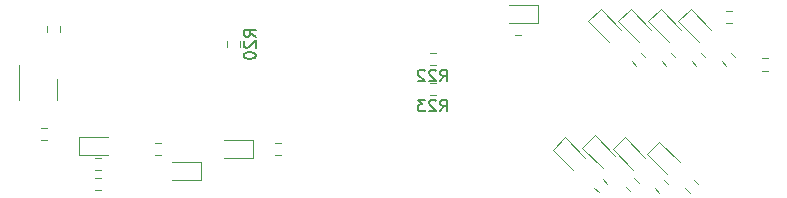
<source format=gbr>
%TF.GenerationSoftware,KiCad,Pcbnew,7.0.5*%
%TF.CreationDate,2024-09-15T17:20:00-04:00*%
%TF.ProjectId,8_bit_logic_analyzer,385f6269-745f-46c6-9f67-69635f616e61,rev?*%
%TF.SameCoordinates,Original*%
%TF.FileFunction,Legend,Bot*%
%TF.FilePolarity,Positive*%
%FSLAX46Y46*%
G04 Gerber Fmt 4.6, Leading zero omitted, Abs format (unit mm)*
G04 Created by KiCad (PCBNEW 7.0.5) date 2024-09-15 17:20:00*
%MOMM*%
%LPD*%
G01*
G04 APERTURE LIST*
%ADD10C,0.150000*%
%ADD11C,0.120000*%
G04 APERTURE END LIST*
D10*
%TO.C,R23*%
X54340357Y-28554819D02*
X54673690Y-28078628D01*
X54911785Y-28554819D02*
X54911785Y-27554819D01*
X54911785Y-27554819D02*
X54530833Y-27554819D01*
X54530833Y-27554819D02*
X54435595Y-27602438D01*
X54435595Y-27602438D02*
X54387976Y-27650057D01*
X54387976Y-27650057D02*
X54340357Y-27745295D01*
X54340357Y-27745295D02*
X54340357Y-27888152D01*
X54340357Y-27888152D02*
X54387976Y-27983390D01*
X54387976Y-27983390D02*
X54435595Y-28031009D01*
X54435595Y-28031009D02*
X54530833Y-28078628D01*
X54530833Y-28078628D02*
X54911785Y-28078628D01*
X53959404Y-27650057D02*
X53911785Y-27602438D01*
X53911785Y-27602438D02*
X53816547Y-27554819D01*
X53816547Y-27554819D02*
X53578452Y-27554819D01*
X53578452Y-27554819D02*
X53483214Y-27602438D01*
X53483214Y-27602438D02*
X53435595Y-27650057D01*
X53435595Y-27650057D02*
X53387976Y-27745295D01*
X53387976Y-27745295D02*
X53387976Y-27840533D01*
X53387976Y-27840533D02*
X53435595Y-27983390D01*
X53435595Y-27983390D02*
X54007023Y-28554819D01*
X54007023Y-28554819D02*
X53387976Y-28554819D01*
X53054642Y-27554819D02*
X52435595Y-27554819D01*
X52435595Y-27554819D02*
X52768928Y-27935771D01*
X52768928Y-27935771D02*
X52626071Y-27935771D01*
X52626071Y-27935771D02*
X52530833Y-27983390D01*
X52530833Y-27983390D02*
X52483214Y-28031009D01*
X52483214Y-28031009D02*
X52435595Y-28126247D01*
X52435595Y-28126247D02*
X52435595Y-28364342D01*
X52435595Y-28364342D02*
X52483214Y-28459580D01*
X52483214Y-28459580D02*
X52530833Y-28507200D01*
X52530833Y-28507200D02*
X52626071Y-28554819D01*
X52626071Y-28554819D02*
X52911785Y-28554819D01*
X52911785Y-28554819D02*
X53007023Y-28507200D01*
X53007023Y-28507200D02*
X53054642Y-28459580D01*
%TO.C,R22*%
X54340357Y-26014819D02*
X54673690Y-25538628D01*
X54911785Y-26014819D02*
X54911785Y-25014819D01*
X54911785Y-25014819D02*
X54530833Y-25014819D01*
X54530833Y-25014819D02*
X54435595Y-25062438D01*
X54435595Y-25062438D02*
X54387976Y-25110057D01*
X54387976Y-25110057D02*
X54340357Y-25205295D01*
X54340357Y-25205295D02*
X54340357Y-25348152D01*
X54340357Y-25348152D02*
X54387976Y-25443390D01*
X54387976Y-25443390D02*
X54435595Y-25491009D01*
X54435595Y-25491009D02*
X54530833Y-25538628D01*
X54530833Y-25538628D02*
X54911785Y-25538628D01*
X53959404Y-25110057D02*
X53911785Y-25062438D01*
X53911785Y-25062438D02*
X53816547Y-25014819D01*
X53816547Y-25014819D02*
X53578452Y-25014819D01*
X53578452Y-25014819D02*
X53483214Y-25062438D01*
X53483214Y-25062438D02*
X53435595Y-25110057D01*
X53435595Y-25110057D02*
X53387976Y-25205295D01*
X53387976Y-25205295D02*
X53387976Y-25300533D01*
X53387976Y-25300533D02*
X53435595Y-25443390D01*
X53435595Y-25443390D02*
X54007023Y-26014819D01*
X54007023Y-26014819D02*
X53387976Y-26014819D01*
X53007023Y-25110057D02*
X52959404Y-25062438D01*
X52959404Y-25062438D02*
X52864166Y-25014819D01*
X52864166Y-25014819D02*
X52626071Y-25014819D01*
X52626071Y-25014819D02*
X52530833Y-25062438D01*
X52530833Y-25062438D02*
X52483214Y-25110057D01*
X52483214Y-25110057D02*
X52435595Y-25205295D01*
X52435595Y-25205295D02*
X52435595Y-25300533D01*
X52435595Y-25300533D02*
X52483214Y-25443390D01*
X52483214Y-25443390D02*
X53054642Y-26014819D01*
X53054642Y-26014819D02*
X52435595Y-26014819D01*
%TO.C,R20*%
X38714819Y-22217142D02*
X38238628Y-21883809D01*
X38714819Y-21645714D02*
X37714819Y-21645714D01*
X37714819Y-21645714D02*
X37714819Y-22026666D01*
X37714819Y-22026666D02*
X37762438Y-22121904D01*
X37762438Y-22121904D02*
X37810057Y-22169523D01*
X37810057Y-22169523D02*
X37905295Y-22217142D01*
X37905295Y-22217142D02*
X38048152Y-22217142D01*
X38048152Y-22217142D02*
X38143390Y-22169523D01*
X38143390Y-22169523D02*
X38191009Y-22121904D01*
X38191009Y-22121904D02*
X38238628Y-22026666D01*
X38238628Y-22026666D02*
X38238628Y-21645714D01*
X37810057Y-22598095D02*
X37762438Y-22645714D01*
X37762438Y-22645714D02*
X37714819Y-22740952D01*
X37714819Y-22740952D02*
X37714819Y-22979047D01*
X37714819Y-22979047D02*
X37762438Y-23074285D01*
X37762438Y-23074285D02*
X37810057Y-23121904D01*
X37810057Y-23121904D02*
X37905295Y-23169523D01*
X37905295Y-23169523D02*
X38000533Y-23169523D01*
X38000533Y-23169523D02*
X38143390Y-23121904D01*
X38143390Y-23121904D02*
X38714819Y-22550476D01*
X38714819Y-22550476D02*
X38714819Y-23169523D01*
X37714819Y-23788571D02*
X37714819Y-23883809D01*
X37714819Y-23883809D02*
X37762438Y-23979047D01*
X37762438Y-23979047D02*
X37810057Y-24026666D01*
X37810057Y-24026666D02*
X37905295Y-24074285D01*
X37905295Y-24074285D02*
X38095771Y-24121904D01*
X38095771Y-24121904D02*
X38333866Y-24121904D01*
X38333866Y-24121904D02*
X38524342Y-24074285D01*
X38524342Y-24074285D02*
X38619580Y-24026666D01*
X38619580Y-24026666D02*
X38667200Y-23979047D01*
X38667200Y-23979047D02*
X38714819Y-23883809D01*
X38714819Y-23883809D02*
X38714819Y-23788571D01*
X38714819Y-23788571D02*
X38667200Y-23693333D01*
X38667200Y-23693333D02*
X38619580Y-23645714D01*
X38619580Y-23645714D02*
X38524342Y-23598095D01*
X38524342Y-23598095D02*
X38333866Y-23550476D01*
X38333866Y-23550476D02*
X38095771Y-23550476D01*
X38095771Y-23550476D02*
X37905295Y-23598095D01*
X37905295Y-23598095D02*
X37810057Y-23645714D01*
X37810057Y-23645714D02*
X37762438Y-23693333D01*
X37762438Y-23693333D02*
X37714819Y-23788571D01*
D11*
%TO.C,R23*%
X53442776Y-27192500D02*
X53952224Y-27192500D01*
X53442776Y-26147500D02*
X53952224Y-26147500D01*
%TO.C,R22*%
X53442776Y-24652500D02*
X53952224Y-24652500D01*
X53442776Y-23607500D02*
X53952224Y-23607500D01*
%TO.C,R21*%
X81594307Y-24066355D02*
X82068823Y-24066355D01*
X81594307Y-25111355D02*
X82068823Y-25111355D01*
%TO.C,R20*%
X37352500Y-23114724D02*
X37352500Y-22605276D01*
X36307500Y-23114724D02*
X36307500Y-22605276D01*
%TO.C,R17*%
X67380582Y-35053778D02*
X67740816Y-35414012D01*
X68119508Y-34314852D02*
X68479742Y-34675086D01*
%TO.C,R16*%
X70025321Y-34960355D02*
X70385555Y-35320589D01*
X70764247Y-34221429D02*
X71124481Y-34581663D01*
%TO.C,R15*%
X72508519Y-35065982D02*
X72868753Y-35426216D01*
X73247445Y-34327056D02*
X73607679Y-34687290D01*
%TO.C,R14*%
X75087231Y-35060964D02*
X75447465Y-35421198D01*
X75826157Y-34322038D02*
X76186391Y-34682272D01*
%TO.C,R13*%
X30734724Y-31227500D02*
X30225276Y-31227500D01*
X30734724Y-32272500D02*
X30225276Y-32272500D01*
%TO.C,R12*%
X25654724Y-32497500D02*
X25145276Y-32497500D01*
X25654724Y-33542500D02*
X25145276Y-33542500D01*
%TO.C,R11*%
X70570420Y-24319346D02*
X70930654Y-24679580D01*
X71309346Y-23580420D02*
X71669580Y-23940654D01*
%TO.C,R10*%
X73849346Y-23580420D02*
X74209580Y-23940654D01*
X73110420Y-24319346D02*
X73470654Y-24679580D01*
%TO.C,R9*%
X76389346Y-23580420D02*
X76749580Y-23940654D01*
X75650420Y-24319346D02*
X76010654Y-24679580D01*
%TO.C,R8*%
X78929346Y-23580420D02*
X79289580Y-23940654D01*
X78190420Y-24319346D02*
X78550654Y-24679580D01*
%TO.C,R7*%
X61214724Y-22112500D02*
X60705276Y-22112500D01*
X61214724Y-21067500D02*
X60705276Y-21067500D01*
%TO.C,R6*%
X40385276Y-32272500D02*
X40894724Y-32272500D01*
X40385276Y-31227500D02*
X40894724Y-31227500D01*
%TO.C,D15*%
X63851379Y-31790069D02*
X64890826Y-30750622D01*
X64890826Y-30750622D02*
X66630309Y-32490105D01*
X65590862Y-33529552D02*
X63851379Y-31790069D01*
%TO.C,D14*%
X66360259Y-31619797D02*
X67399706Y-30580350D01*
X67399706Y-30580350D02*
X69139189Y-32319833D01*
X68099742Y-33359280D02*
X66360259Y-31619797D01*
%TO.C,D13*%
X70667745Y-33506111D02*
X68928262Y-31766628D01*
X69967709Y-30727181D02*
X71707192Y-32466664D01*
X68928262Y-31766628D02*
X69967709Y-30727181D01*
%TO.C,D12*%
X71834370Y-32152520D02*
X72873817Y-31113073D01*
X72873817Y-31113073D02*
X74613300Y-32852556D01*
X73573853Y-33892003D02*
X71834370Y-32152520D01*
%TO.C,D11*%
X31624188Y-32864243D02*
X34084188Y-32864243D01*
X34084188Y-34334243D02*
X31624188Y-34334243D01*
X34084188Y-32864243D02*
X34084188Y-34334243D01*
%TO.C,D10*%
X26171589Y-32224171D02*
X23711589Y-32224171D01*
X23711589Y-30754171D02*
X26171589Y-30754171D01*
X23711589Y-32224171D02*
X23711589Y-30754171D01*
%TO.C,D9*%
X66886479Y-20935926D02*
X67925926Y-19896479D01*
X67925926Y-19896479D02*
X69665409Y-21635962D01*
X68625962Y-22675409D02*
X66886479Y-20935926D01*
%TO.C,D8*%
X69426479Y-20935926D02*
X70465926Y-19896479D01*
X70465926Y-19896479D02*
X72205409Y-21635962D01*
X71165962Y-22675409D02*
X69426479Y-20935926D01*
%TO.C,D7*%
X71966479Y-20935926D02*
X73005926Y-19896479D01*
X73005926Y-19896479D02*
X74745409Y-21635962D01*
X73705962Y-22675409D02*
X71966479Y-20935926D01*
%TO.C,D6*%
X74506479Y-20935926D02*
X75545926Y-19896479D01*
X75545926Y-19896479D02*
X77285409Y-21635962D01*
X76245962Y-22675409D02*
X74506479Y-20935926D01*
%TO.C,D5*%
X62620000Y-19585000D02*
X62620000Y-21055000D01*
X62620000Y-21055000D02*
X60160000Y-21055000D01*
X60160000Y-19585000D02*
X62620000Y-19585000D01*
%TO.C,D4*%
X36030000Y-31015000D02*
X38490000Y-31015000D01*
X38490000Y-32485000D02*
X36030000Y-32485000D01*
X38490000Y-31015000D02*
X38490000Y-32485000D01*
%TO.C,R5*%
X79017906Y-21106445D02*
X78543390Y-21106445D01*
X79017906Y-20061445D02*
X78543390Y-20061445D01*
%TO.C,R1*%
X25596068Y-35219257D02*
X25121552Y-35219257D01*
X25596068Y-34174257D02*
X25121552Y-34174257D01*
%TO.C,Q1*%
X21930000Y-25770000D02*
X21930000Y-27570000D01*
X18710000Y-27570000D02*
X18710000Y-24620000D01*
%TO.C,R3*%
X21067500Y-21827258D02*
X21067500Y-21352742D01*
X22112500Y-21827258D02*
X22112500Y-21352742D01*
%TO.C,R2*%
X21002258Y-31002500D02*
X20527742Y-31002500D01*
X21002258Y-29957500D02*
X20527742Y-29957500D01*
%TD*%
M02*

</source>
